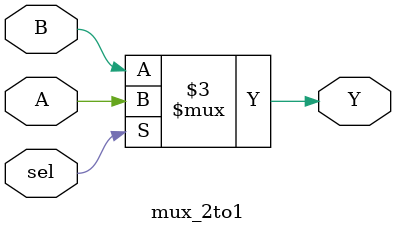
<source format=v>
module mux_2to1( A, B,sel,Y);
input A,B,sel;
output reg  Y;

    always @(*) begin
    if (sel)
        Y = A;
    else
        Y = B;
end
endmodule

</source>
